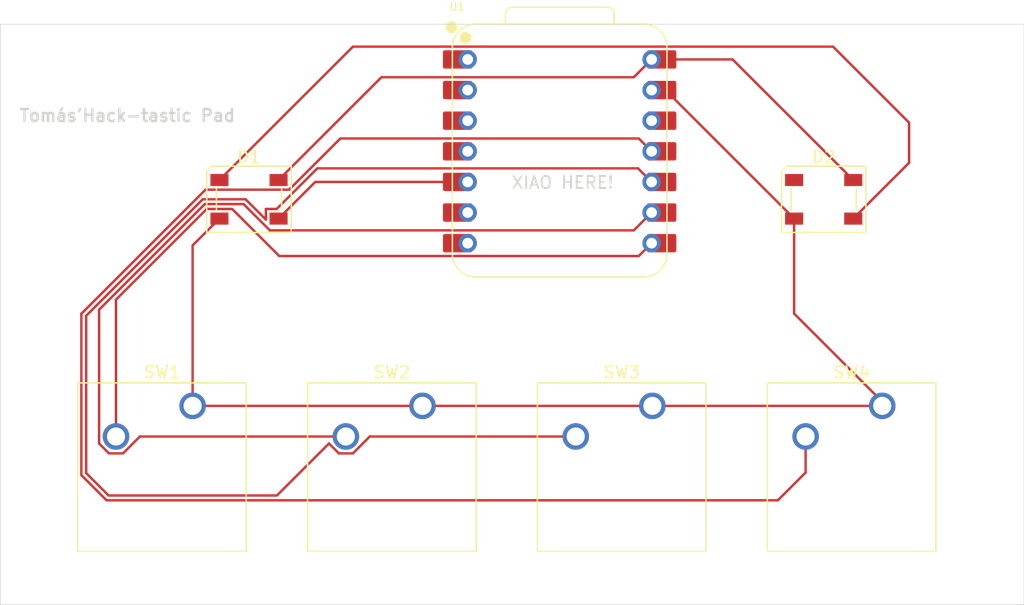
<source format=kicad_pcb>
(kicad_pcb (version 20241229) (generator "pcbnew") (generator_version "9.0")
  (layers (0 "F.Cu" signal) (2 "B.Cu" signal) (13 "F.Paste" user) (15 "B.Paste" user) (5 "F.SilkS" user "F.Silkscreen") (7 "B.SilkS" user "B.Silkscreen") (1 "F.Mask" user) (3 "B.Mask" user) (25 "Edge.Cuts" user))
  (net 0 "")
  (net 1 "Net-(D1-VDD)")
  (net 2 "+5V")
  (net 3 "Net-(D1-VSS)")
  (net 4 "GND")
  (net 6 "Net-(U1-GPIO1{slash}RX)")
  (net 7 "Net-(U1-GPIO2{slash}SCK)")
  (net 8 "Net-(U1-GPIO4{slash}MISO)")
  (net 9 "Net-(U1-GPIO3{slash}MOSI)")
  (footprint "Button_Switch_Keyboard:SW_Cherry_MX_1.00u_PCB" (layer "F.Cu") (at 121.6025 78.26375)
    (property "Reference" "SW1" (at -2.54 -2.794 0) (layer "F.SilkS"))
    (property "Value" "SW_Push")
    (fp_line (start -9.525 -1.905) (end 4.445 -1.905) (stroke (width 0.12)) (layer "F.SilkS"))
    (fp_line (start -9.525 12.065) (end -9.525 -1.905) (stroke (width 0.12)) (layer "F.SilkS"))
    (fp_line (start 4.445 -1.905) (end 4.445 12.065) (stroke (width 0.12)) (layer "F.SilkS"))
    (fp_line (start 4.445 12.065) (end -9.525 12.065) (stroke (width 0.12)) (layer "F.SilkS"))
    (pad "" np_thru_hole circle (at -7.62 5.08) (size 1.7 1.7) (drill 1.7) (layers "*.Cu" "*.Mask"))
    (pad "" np_thru_hole circle (at -2.54 5.08) (size 4 4) (drill 4) (layers "*.Cu" "*.Mask"))
    (pad "" np_thru_hole circle (at 2.54 5.08) (size 1.7 1.7) (drill 1.7) (layers "*.Cu" "*.Mask"))
    (pad "1" thru_hole circle (at 0 0) (size 2.2 2.2) (drill 1.5) (layers "*.Cu" "*.Mask") (net 4 "GND"))
    (pad "2" thru_hole circle (at -6.35 2.54) (size 2.2 2.2) (drill 1.5) (layers "*.Cu" "*.Mask") (net 6 "Net-(U1-GPIO1{slash}RX)"))
  )
  (footprint "Button_Switch_Keyboard:SW_Cherry_MX_1.00u_PCB" (layer "F.Cu") (at 178.7525 78.26375)
    (property "Reference" "SW4" (at -2.54 -2.794 0) (layer "F.SilkS"))
    (property "Value" "SW_Push")
    (fp_line (start -9.525 -1.905) (end 4.445 -1.905) (stroke (width 0.12)) (layer "F.SilkS"))
    (fp_line (start -9.525 12.065) (end -9.525 -1.905) (stroke (width 0.12)) (layer "F.SilkS"))
    (fp_line (start 4.445 -1.905) (end 4.445 12.065) (stroke (width 0.12)) (layer "F.SilkS"))
    (fp_line (start 4.445 12.065) (end -9.525 12.065) (stroke (width 0.12)) (layer "F.SilkS"))
    (pad "" np_thru_hole circle (at -7.62 5.08) (size 1.7 1.7) (drill 1.7) (layers "*.Cu" "*.Mask"))
    (pad "" np_thru_hole circle (at -2.54 5.08) (size 4 4) (drill 4) (layers "*.Cu" "*.Mask"))
    (pad "" np_thru_hole circle (at 2.54 5.08) (size 1.7 1.7) (drill 1.7) (layers "*.Cu" "*.Mask"))
    (pad "1" thru_hole circle (at 0 0) (size 2.2 2.2) (drill 1.5) (layers "*.Cu" "*.Mask") (net 4 "GND"))
    (pad "2" thru_hole circle (at -6.35 2.54) (size 2.2 2.2) (drill 1.5) (layers "*.Cu" "*.Mask") (net 9 "Net-(U1-GPIO3{slash}MOSI)"))
  )
  (footprint "LED_SMD:LED_SK6812_PLCC4_5.0x5.0mm_P3.2mm" (layer "F.Cu") (at 126.275 61.13125)
    (property "Reference" "D1" (at 0 -3.5 0) (layer "F.SilkS"))
    (property "Value" "SK6812")
    (fp_line (start -3.5 -2.3) (end -3.5 2.75) (stroke (width 0.12)) (layer "F.SilkS"))
    (fp_line (start -3.05 -2.75) (end -3.5 -2.3) (stroke (width 0.12)) (layer "F.SilkS"))
    (fp_line (start -2.7 -0.9) (end -2.7 0.9) (stroke (width 0.12)) (layer "F.SilkS"))
    (fp_line (start 2.7 -0.9) (end 2.7 0.9) (stroke (width 0.12)) (layer "F.SilkS"))
    (fp_line (start 3.5 -2.75) (end -3.05 -2.75) (stroke (width 0.12)) (layer "F.SilkS"))
    (fp_line (start 3.5 2.75) (end -3.5 2.75) (stroke (width 0.12)) (layer "F.SilkS"))
    (fp_line (start 3.5 2.75) (end 3.5 -2.75) (stroke (width 0.12)) (layer "F.SilkS"))
    (pad "1" smd rect (at -2.45 -1.6 180) (size 1.5 1) (layers "F.Cu" "F.Mask" "F.Paste") (net 3 "Net-(D1-VSS)"))
    (pad "2" smd rect (at -2.45 1.6 180) (size 1.5 1) (layers "F.Cu" "F.Mask" "F.Paste") (net 4 "GND"))
    (pad "3" smd rect (at 2.45 1.6 180) (size 1.5 1) (layers "F.Cu" "F.Mask" "F.Paste") (net 1 "Net-(D1-VDD)"))
    (pad "4" smd rect (at 2.45 -1.6 180) (size 1.5 1) (layers "F.Cu" "F.Mask" "F.Paste") (net 2 "+5V"))
  )
  (footprint "Button_Switch_Keyboard:SW_Cherry_MX_1.00u_PCB" (layer "F.Cu") (at 140.6525 78.26375)
    (property "Reference" "SW2" (at -2.54 -2.794 0) (layer "F.SilkS"))
    (property "Value" "SW_Push")
    (fp_line (start -9.525 -1.905) (end 4.445 -1.905) (stroke (width 0.12)) (layer "F.SilkS"))
    (fp_line (start -9.525 12.065) (end -9.525 -1.905) (stroke (width 0.12)) (layer "F.SilkS"))
    (fp_line (start 4.445 -1.905) (end 4.445 12.065) (stroke (width 0.12)) (layer "F.SilkS"))
    (fp_line (start 4.445 12.065) (end -9.525 12.065) (stroke (width 0.12)) (layer "F.SilkS"))
    (pad "" np_thru_hole circle (at -7.62 5.08) (size 1.7 1.7) (drill 1.7) (layers "*.Cu" "*.Mask"))
    (pad "" np_thru_hole circle (at -2.54 5.08) (size 4 4) (drill 4) (layers "*.Cu" "*.Mask"))
    (pad "" np_thru_hole circle (at 2.54 5.08) (size 1.7 1.7) (drill 1.7) (layers "*.Cu" "*.Mask"))
    (pad "1" thru_hole circle (at 0 0) (size 2.2 2.2) (drill 1.5) (layers "*.Cu" "*.Mask") (net 4 "GND"))
    (pad "2" thru_hole circle (at -6.35 2.54) (size 2.2 2.2) (drill 1.5) (layers "*.Cu" "*.Mask") (net 7 "Net-(U1-GPIO2{slash}SCK)"))
  )
  (footprint "Button_Switch_Keyboard:SW_Cherry_MX_1.00u_PCB" (layer "F.Cu") (at 159.7025 78.26375)
    (property "Reference" "SW3" (at -2.54 -2.794 0) (layer "F.SilkS"))
    (property "Value" "SW_Push")
    (fp_line (start -9.525 -1.905) (end 4.445 -1.905) (stroke (width 0.12)) (layer "F.SilkS"))
    (fp_line (start -9.525 12.065) (end -9.525 -1.905) (stroke (width 0.12)) (layer "F.SilkS"))
    (fp_line (start 4.445 -1.905) (end 4.445 12.065) (stroke (width 0.12)) (layer "F.SilkS"))
    (fp_line (start 4.445 12.065) (end -9.525 12.065) (stroke (width 0.12)) (layer "F.SilkS"))
    (pad "" np_thru_hole circle (at -7.62 5.08) (size 1.7 1.7) (drill 1.7) (layers "*.Cu" "*.Mask"))
    (pad "" np_thru_hole circle (at -2.54 5.08) (size 4 4) (drill 4) (layers "*.Cu" "*.Mask"))
    (pad "" np_thru_hole circle (at 2.54 5.08) (size 1.7 1.7) (drill 1.7) (layers "*.Cu" "*.Mask"))
    (pad "1" thru_hole circle (at 0 0) (size 2.2 2.2) (drill 1.5) (layers "*.Cu" "*.Mask") (net 4 "GND"))
    (pad "2" thru_hole circle (at -6.35 2.54) (size 2.2 2.2) (drill 1.5) (layers "*.Cu" "*.Mask") (net 8 "Net-(U1-GPIO4{slash}MISO)"))
  )
  (footprint "OPL:XIAO-RP2040-DIP" (layer "F.Cu") (at 152.019 57.15)
    (property "Reference" "U1" (at -8.5 -12 0) (layer "F.SilkS") (effects (font (size 0.635 0.635) (thickness 0.1016))))
    (property "Value" "XIAO-RP2040-DIP")
    (fp_line (start -8.89 8.509) (end -8.89 -8.636) (stroke (width 0.127)) (layer "F.SilkS"))
    (fp_line (start -6.985 10.414) (end 6.985 10.414) (stroke (width 0.127)) (layer "F.SilkS"))
    (fp_line (start -4.495 -10.541) (end -4.491272 -11.451272) (stroke (width 0.127)) (layer "F.SilkS"))
    (fp_line (start -3.991272 -11.951) (end 4.004 -11.951) (stroke (width 0.127)) (layer "F.SilkS"))
    (fp_line (start 4.504 -11.451) (end 4.504 -10.541) (stroke (width 0.127)) (layer "F.SilkS"))
    (fp_line (start 6.985 -10.541) (end -6.985 -10.541) (stroke (width 0.1)) (layer "F.SilkS"))
    (fp_line (start 6.985 -10.541) (end -6.985 -10.541) (stroke (width 0.127)) (layer "F.SilkS"))
    (fp_line (start 8.89 8.509) (end 8.89 -8.636) (stroke (width 0.127)) (layer "F.SilkS"))
    (fp_arc (start -8.89 -8.636) (mid -8.332038 -9.983038) (end -6.985 -10.541) (stroke (width 0.127)) (layer "F.SilkS"))
    (fp_arc (start -6.985 10.414) (mid -8.332038 9.856038) (end -8.89 8.509) (stroke (width 0.127)) (layer "F.SilkS"))
    (fp_arc (start -4.491272 -11.451272) (mid -4.344728 -11.80464) (end -3.991272 -11.951) (stroke (width 0.127)) (layer "F.SilkS"))
    (fp_arc (start 4.004 -11.951) (mid 4.357553 -11.804553) (end 4.504 -11.451) (stroke (width 0.127)) (layer "F.SilkS"))
    (fp_arc (start 6.985 -10.541) (mid 8.332038 -9.983038) (end 8.89 -8.636) (stroke (width 0.127)) (layer "F.SilkS"))
    (fp_arc (start 8.89 8.509) (mid 8.332038 9.856038) (end 6.985 10.414) (stroke (width 0.127)) (layer "F.SilkS"))
    (fp_circle (center -8.95 -10.3) (end -8.95 -10.554) (stroke (width 0.5)) (fill yes) (layer "F.SilkS"))
    (fp_circle (center -7.807 -9.42) (end -7.807 -9.674) (stroke (width 0.5)) (fill yes) (layer "F.SilkS"))
    (pad "1" smd roundrect (at -8.455 -7.62 180) (size 2.432 1.524) (layers "F.Cu" "F.Mask") (roundrect_rratio 0.1))
    (pad "1" thru_hole circle (at -7.62 -7.62 180) (size 1.524 1.524) (drill 0.889) (layers "*.Cu" "*.Mask"))
    (pad "2" smd roundrect (at -8.455 -5.08 180) (size 2.432 1.524) (layers "F.Cu" "F.Mask") (roundrect_rratio 0.1))
    (pad "2" thru_hole circle (at -7.62 -5.08 180) (size 1.524 1.524) (drill 0.889) (layers "*.Cu" "*.Mask"))
    (pad "3" smd roundrect (at -8.455 -2.54 180) (size 2.432 1.524) (layers "F.Cu" "F.Mask") (roundrect_rratio 0.1))
    (pad "3" thru_hole circle (at -7.62 -2.54 180) (size 1.524 1.524) (drill 0.889) (layers "*.Cu" "*.Mask"))
    (pad "4" smd roundrect (at -8.455 0 180) (size 2.432 1.524) (layers "F.Cu" "F.Mask") (roundrect_rratio 0.1))
    (pad "4" thru_hole circle (at -7.62 0 180) (size 1.524 1.524) (drill 0.889) (layers "*.Cu" "*.Mask"))
    (pad "5" smd roundrect (at -8.455 2.54 180) (size 2.432 1.524) (layers "F.Cu" "F.Mask") (roundrect_rratio 0.1) (net 1 "Net-(D1-VDD)"))
    (pad "5" thru_hole circle (at -7.62 2.54 180) (size 1.524 1.524) (drill 0.889) (layers "*.Cu" "*.Mask") (net 1 "Net-(D1-VDD)"))
    (pad "6" smd roundrect (at -8.455 5.08 180) (size 2.432 1.524) (layers "F.Cu" "F.Mask") (roundrect_rratio 0.1))
    (pad "6" thru_hole circle (at -7.62 5.08 180) (size 1.524 1.524) (drill 0.889) (layers "*.Cu" "*.Mask"))
    (pad "7" smd roundrect (at -8.455 7.62 180) (size 2.432 1.524) (layers "F.Cu" "F.Mask") (roundrect_rratio 0.1))
    (pad "7" thru_hole circle (at -7.62 7.62 180) (size 1.524 1.524) (drill 0.889) (layers "*.Cu" "*.Mask"))
    (pad "8" thru_hole circle (at 7.62 7.62) (size 1.524 1.524) (drill 0.889) (layers "*.Cu" "*.Mask") (net 6 "Net-(U1-GPIO1{slash}RX)"))
    (pad "8" smd roundrect (at 8.455 7.62) (size 2.432 1.524) (layers "F.Cu" "F.Mask") (roundrect_rratio 0.1) (net 6 "Net-(U1-GPIO1{slash}RX)"))
    (pad "9" thru_hole circle (at 7.62 5.08) (size 1.524 1.524) (drill 0.889) (layers "*.Cu" "*.Mask") (net 7 "Net-(U1-GPIO2{slash}SCK)"))
    (pad "9" smd roundrect (at 8.455 5.08) (size 2.432 1.524) (layers "F.Cu" "F.Mask") (roundrect_rratio 0.1) (net 7 "Net-(U1-GPIO2{slash}SCK)"))
    (pad "10" thru_hole circle (at 7.62 2.54) (size 1.524 1.524) (drill 0.889) (layers "*.Cu" "*.Mask") (net 8 "Net-(U1-GPIO4{slash}MISO)"))
    (pad "10" smd roundrect (at 8.455 2.54) (size 2.432 1.524) (layers "F.Cu" "F.Mask") (roundrect_rratio 0.1) (net 8 "Net-(U1-GPIO4{slash}MISO)"))
    (pad "11" thru_hole circle (at 7.62 0) (size 1.524 1.524) (drill 0.889) (layers "*.Cu" "*.Mask") (net 9 "Net-(U1-GPIO3{slash}MOSI)"))
    (pad "11" smd roundrect (at 8.455 0) (size 2.432 1.524) (layers "F.Cu" "F.Mask") (roundrect_rratio 0.1) (net 9 "Net-(U1-GPIO3{slash}MOSI)"))
    (pad "12" thru_hole circle (at 7.62 -2.54) (size 1.524 1.524) (drill 0.889) (layers "*.Cu" "*.Mask"))
    (pad "12" smd roundrect (at 8.455 -2.54) (size 2.432 1.524) (layers "F.Cu" "F.Mask") (roundrect_rratio 0.1))
    (pad "13" thru_hole circle (at 7.62 -5.08) (size 1.524 1.524) (drill 0.889) (layers "*.Cu" "*.Mask") (net 4 "GND"))
    (pad "13" smd roundrect (at 8.455 -5.08) (size 2.432 1.524) (layers "F.Cu" "F.Mask") (roundrect_rratio 0.1) (net 4 "GND"))
    (pad "14" thru_hole circle (at 7.62 -7.62) (size 1.524 1.524) (drill 0.889) (layers "*.Cu" "*.Mask") (net 2 "+5V"))
    (pad "14" smd roundrect (at 8.455 -7.62) (size 2.432 1.524) (layers "F.Cu" "F.Mask") (roundrect_rratio 0.1) (net 2 "+5V"))
  )
  (footprint "LED_SMD:LED_SK6812_PLCC4_5.0x5.0mm_P3.2mm" (layer "F.Cu") (at 173.9 61.13125)
    (property "Reference" "D2" (at 0 -3.5 0) (layer "F.SilkS"))
    (property "Value" "SK6812")
    (fp_line (start -3.5 -2.3) (end -3.5 2.75) (stroke (width 0.12)) (layer "F.SilkS"))
    (fp_line (start -3.05 -2.75) (end -3.5 -2.3) (stroke (width 0.12)) (layer "F.SilkS"))
    (fp_line (start -2.7 -0.9) (end -2.7 0.9) (stroke (width 0.12)) (layer "F.SilkS"))
    (fp_line (start 2.7 -0.9) (end 2.7 0.9) (stroke (width 0.12)) (layer "F.SilkS"))
    (fp_line (start 3.5 -2.75) (end -3.05 -2.75) (stroke (width 0.12)) (layer "F.SilkS"))
    (fp_line (start 3.5 2.75) (end -3.5 2.75) (stroke (width 0.12)) (layer "F.SilkS"))
    (fp_line (start 3.5 2.75) (end 3.5 -2.75) (stroke (width 0.12)) (layer "F.SilkS"))
    (pad "1" smd rect (at -2.45 -1.6 180) (size 1.5 1) (layers "F.Cu" "F.Mask" "F.Paste"))
    (pad "2" smd rect (at -2.45 1.6 180) (size 1.5 1) (layers "F.Cu" "F.Mask" "F.Paste") (net 4 "GND"))
    (pad "3" smd rect (at 2.45 1.6 180) (size 1.5 1) (layers "F.Cu" "F.Mask" "F.Paste") (net 3 "Net-(D1-VSS)"))
    (pad "4" smd rect (at 2.45 -1.6 180) (size 1.5 1) (layers "F.Cu" "F.Mask" "F.Paste") (net 2 "+5V"))
  )
  (gr_rect (start 105.664 46.609) (end 190.5 94.742) (stroke (width 0.05)) (fill no) (layer "Edge.Cuts"))
  (gr_text "Tomás'Hack-tastic Pad\n" (at 107.15625 54.76875 0) (layer "Edge.Cuts") (effects (font (size 1 1) (thickness 0.2) (bold yes)) (justify left bottom)))
  (gr_text "XIAO HERE!\n" (at 147.955 60.325 0) (layer "Edge.Cuts") (effects (font (size 1 1)) (justify left bottom)))
  (segment (start 131.76625 59.69) (end 144.399 59.69) (width 0.2) (layer "F.Cu") (net 1))
  (segment (start 128.725 62.73125) (end 131.76625 59.69) (width 0.2) (layer "F.Cu") (net 1))
  (segment (start 128.725 59.53125) (end 137.24925 51.007) (width 0.2) (layer "F.Cu") (net 2))
  (segment (start 137.24925 51.007) (end 158.162 51.007) (width 0.2) (layer "F.Cu") (net 2))
  (segment (start 158.162 51.007) (end 159.639 49.53) (width 0.2) (layer "F.Cu") (net 2))
  (segment (start 166.34875 49.53) (end 159.639 49.53) (width 0.2) (layer "F.Cu") (net 2))
  (segment (start 176.35 59.53125) (end 166.34875 49.53) (width 0.2) (layer "F.Cu") (net 2))
  (segment (start 180.975 58.10625) (end 176.35 62.73125) (width 0.2) (layer "F.Cu") (net 3))
  (segment (start 180.975 54.76875) (end 180.975 58.10625) (width 0.2) (layer "F.Cu") (net 3))
  (segment (start 174.67325 48.467) (end 180.975 54.76875) (width 0.2) (layer "F.Cu") (net 3))
  (segment (start 123.825 59.53125) (end 134.88925 48.467) (width 0.2) (layer "F.Cu") (net 3))
  (segment (start 134.88925 48.467) (end 174.67325 48.467) (width 0.2) (layer "F.Cu") (net 3))
  (segment (start 121.6025 78.26375) (end 140.6525 78.26375) (width 0.2) (layer "F.Cu") (net 4))
  (segment (start 140.6525 78.26375) (end 159.7025 78.26375) (width 0.2) (layer "F.Cu") (net 4))
  (segment (start 123.825 62.73125) (end 121.6025 64.95375) (width 0.2) (layer "F.Cu") (net 4))
  (segment (start 121.6025 64.95375) (end 121.6025 78.26375) (width 0.2) (layer "F.Cu") (net 4))
  (segment (start 159.7025 78.26375) (end 178.7525 78.26375) (width 0.2) (layer "F.Cu") (net 4))
  (segment (start 178.7525 77.9145) (end 171.45 70.612) (width 0.2) (layer "F.Cu") (net 4))
  (segment (start 171.45 62.73125) (end 160.78875 52.07) (width 0.2) (layer "F.Cu") (net 4))
  (segment (start 160.78875 52.07) (end 159.639 52.07) (width 0.2) (layer "F.Cu") (net 4))
  (segment (start 171.45 70.612) (end 171.45 62.73125) (width 0.2) (layer "F.Cu") (net 4))
  (segment (start 178.7525 78.26375) (end 178.7525 77.9145) (width 0.2) (layer "F.Cu") (net 4))
  (segment (start 115.2525 69.45175) (end 122.774 61.93025) (width 0.2) (layer "F.Cu") (net 6))
  (segment (start 122.774 61.93025) (end 124.876 61.93025) (width 0.2) (layer "F.Cu") (net 6))
  (segment (start 115.2525 80.80375) (end 115.2525 69.45175) (width 0.2) (layer "F.Cu") (net 6))
  (segment (start 124.876 61.93025) (end 128.77875 65.833) (width 0.2) (layer "F.Cu") (net 6))
  (segment (start 158.576 65.833) (end 159.639 64.77) (width 0.2) (layer "F.Cu") (net 6))
  (segment (start 128.77875 65.833) (end 158.576 65.833) (width 0.2) (layer "F.Cu") (net 6))
  (segment (start 113.8515 81.384064) (end 113.8515 70.28565) (width 0.2) (layer "F.Cu") (net 7))
  (segment (start 134.3025 80.80375) (end 117.233814 80.80375) (width 0.2) (layer "F.Cu") (net 7))
  (segment (start 158.162 63.707) (end 159.639 62.23) (width 0.2) (layer "F.Cu") (net 7))
  (segment (start 125.823 61.52925) (end 128.00075 63.707) (width 0.2) (layer "F.Cu") (net 7))
  (segment (start 115.832814 82.20475) (end 114.672186 82.20475) (width 0.2) (layer "F.Cu") (net 7))
  (segment (start 117.233814 80.80375) (end 115.832814 82.20475) (width 0.2) (layer "F.Cu") (net 7))
  (segment (start 114.672186 82.20475) (end 113.8515 81.384064) (width 0.2) (layer "F.Cu") (net 7))
  (segment (start 128.00075 63.707) (end 158.162 63.707) (width 0.2) (layer "F.Cu") (net 7))
  (segment (start 113.8515 70.28565) (end 122.6079 61.52925) (width 0.2) (layer "F.Cu") (net 7))
  (segment (start 122.6079 61.52925) (end 125.823 61.52925) (width 0.2) (layer "F.Cu") (net 7))
  (segment (start 133.722186 82.20475) (end 132.9015 81.384064) (width 0.2) (layer "F.Cu") (net 8))
  (segment (start 125.9891 61.12825) (end 127.674 62.81315) (width 0.2) (layer "F.Cu") (net 8))
  (segment (start 127.674 61.93025) (end 128.56975 61.93025) (width 0.2) (layer "F.Cu") (net 8))
  (segment (start 153.3525 80.80375) (end 136.283814 80.80375) (width 0.2) (layer "F.Cu") (net 8))
  (segment (start 114.63503 85.69475) (end 112.7815 83.84122) (width 0.2) (layer "F.Cu") (net 8))
  (segment (start 128.590814 85.69475) (end 114.63503 85.69475) (width 0.2) (layer "F.Cu") (net 8))
  (segment (start 127.674 62.81315) (end 127.674 61.93025) (width 0.2) (layer "F.Cu") (net 8))
  (segment (start 128.56975 61.93025) (end 131.9365 58.5635) (width 0.2) (layer "F.Cu") (net 8))
  (segment (start 132.9015 81.384064) (end 128.590814 85.69475) (width 0.2) (layer "F.Cu") (net 8))
  (segment (start 131.9365 58.5635) (end 158.5125 58.5635) (width 0.2) (layer "F.Cu") (net 8))
  (segment (start 136.283814 80.80375) (end 134.882814 82.20475) (width 0.2) (layer "F.Cu") (net 8))
  (segment (start 134.882814 82.20475) (end 133.722186 82.20475) (width 0.2) (layer "F.Cu") (net 8))
  (segment (start 122.4418 61.12825) (end 125.9891 61.12825) (width 0.2) (layer "F.Cu") (net 8))
  (segment (start 112.7815 83.84122) (end 112.7815 70.78855) (width 0.2) (layer "F.Cu") (net 8))
  (segment (start 158.5125 58.5635) (end 159.639 59.69) (width 0.2) (layer "F.Cu") (net 8))
  (segment (start 112.7815 70.78855) (end 122.4418 61.12825) (width 0.2) (layer "F.Cu") (net 8))
  (segment (start 170.099814 86.09575) (end 114.46893 86.09575) (width 0.2) (layer "F.Cu") (net 9))
  (segment (start 112.3805 84.00732) (end 112.3805 70.62245) (width 0.2) (layer "F.Cu") (net 9))
  (segment (start 112.3805 70.62245) (end 122.6707 60.33225) (width 0.2) (layer "F.Cu") (net 9))
  (segment (start 133.8459 56.087) (end 158.576 56.087) (width 0.2) (layer "F.Cu") (net 9))
  (segment (start 172.4025 80.80375) (end 172.4025 83.793064) (width 0.2) (layer "F.Cu") (net 9))
  (segment (start 114.46893 86.09575) (end 112.3805 84.00732) (width 0.2) (layer "F.Cu") (net 9))
  (segment (start 172.4025 83.793064) (end 170.099814 86.09575) (width 0.2) (layer "F.Cu") (net 9))
  (segment (start 122.6707 60.33225) (end 129.60065 60.33225) (width 0.2) (layer "F.Cu") (net 9))
  (segment (start 129.60065 60.33225) (end 133.8459 56.087) (width 0.2) (layer "F.Cu") (net 9))
  (segment (start 158.576 56.087) (end 159.639 57.15) (width 0.2) (layer "F.Cu") (net 9))
)
</source>
